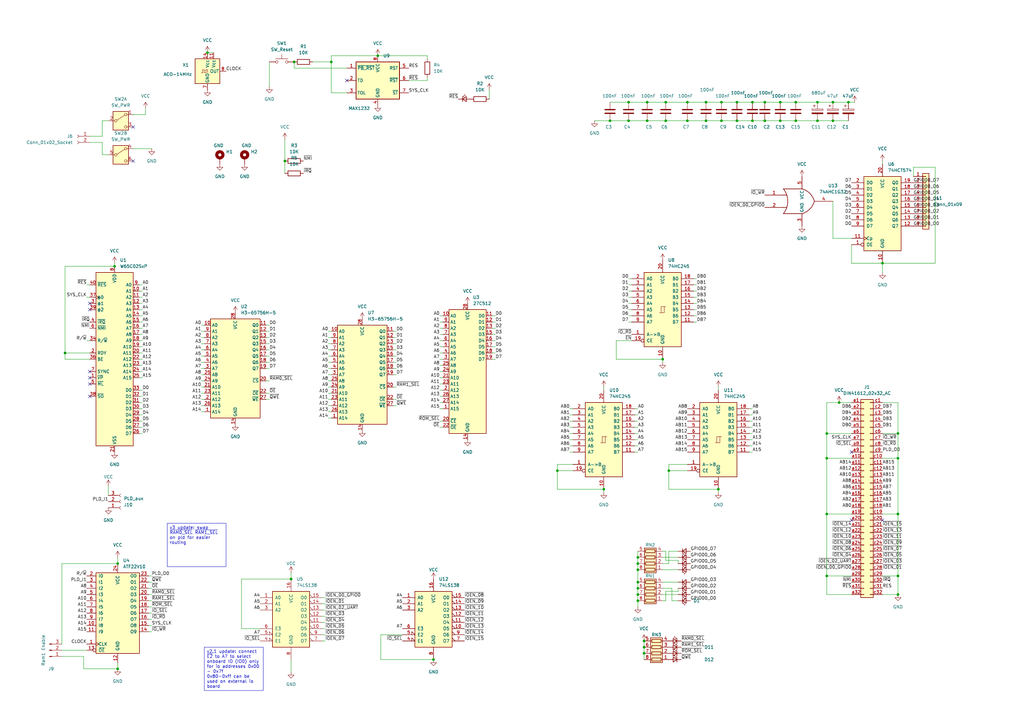
<source format=kicad_sch>
(kicad_sch (version 20250114) (generator "eeschema") (generator_version "9.0")
  (paper "A3")
  (text_box "v2.1 update: connect ~{E2} to A7 to select onboard IO (IO0) only for io addresses 0x00 - 0x7f\n0x80-0xff can be used on external io board" (at 83.82 265.43 0) (size 24.13 17.78) (margins 0.9525 0.9525 0.9525 0.9525) (effects (font (size 1.27 1.27)) (justify left top)))
  (text_box "v3 update: swap ~{RAM0_SEL} ~{RAM1_SEL} on pld for easier routing" (at 68.58 214.63 0) (size 24.13 17.78) (margins 0.9525 0.9525 0.9525 0.9525) (effects (font (size 1.27 1.27)) (justify left top)))
  (junction (at 261.62 243.84))
  (junction (at 339.09 236.22))
  (junction (at 261.62 238.76))
  (junction (at 347.98 41.91))
  (junction (at 177.8 270.51))
  (junction (at 281.94 49.53))
  (junction (at 313.69 49.53))
  (junction (at 85.09 21.59))
  (junction (at 265.43 41.91))
  (junction (at 339.09 177.8))
  (junction (at 48.26 274.32))
  (junction (at 289.56 41.91))
  (junction (at 295.91 49.53))
  (junction (at 135.89 25.4))
  (junction (at 281.94 41.91))
  (junction (at 116.84 66.04))
  (junction (at 257.81 49.53))
  (junction (at 302.26 49.53))
  (junction (at 120.65 25.4))
  (junction (at 261.62 246.38))
  (junction (at 264.16 267.97))
  (junction (at 335.28 41.91))
  (junction (at 273.05 41.91))
  (junction (at 308.61 41.91))
  (junction (at 341.63 41.91))
  (junction (at 368.3 236.22))
  (junction (at 339.09 210.82))
  (junction (at 339.09 187.96))
  (junction (at 368.3 177.8))
  (junction (at 341.63 49.53))
  (junction (at 326.39 49.53))
  (junction (at 361.95 107.95))
  (junction (at 344.17 165.1))
  (junction (at 335.28 49.53))
  (junction (at 294.64 200.66))
  (junction (at 247.65 200.66))
  (junction (at 295.91 41.91))
  (junction (at 265.43 49.53))
  (junction (at 368.3 210.82))
  (junction (at 257.81 41.91))
  (junction (at 320.04 49.53))
  (junction (at 264.16 262.89))
  (junction (at 289.56 49.53))
  (junction (at 154.94 22.86))
  (junction (at 261.62 231.14))
  (junction (at 368.3 243.84))
  (junction (at 273.05 49.53))
  (junction (at 271.78 147.32))
  (junction (at 261.62 241.3))
  (junction (at 250.19 49.53))
  (junction (at 326.39 41.91))
  (junction (at 274.32 193.04))
  (junction (at 264.16 265.43))
  (junction (at 46.99 109.22))
  (junction (at 368.3 187.96))
  (junction (at 302.26 41.91))
  (junction (at 320.04 41.91))
  (junction (at 313.69 41.91))
  (junction (at 228.6 193.04))
  (junction (at 48.26 231.14))
  (junction (at 119.38 237.49))
  (junction (at 308.61 49.53))
  (junction (at 261.62 228.6))
  (junction (at 26.67 144.78))
  (junction (at 261.62 233.68))
  (no_connect (at 361.95 213.36))
  (no_connect (at 349.25 185.42))
  (no_connect (at 349.25 213.36))
  (no_connect (at 36.83 152.4))
  (no_connect (at 36.83 124.46))
  (no_connect (at 36.83 154.94))
  (no_connect (at 36.83 162.56))
  (no_connect (at 54.61 66.04))
  (no_connect (at 54.61 52.07))
  (no_connect (at 36.83 157.48))
  (no_connect (at 36.83 127))
  (no_connect (at 142.24 33.02))
  (wire (pts (xy 135.89 22.86) (xy 154.94 22.86)))
  (wire (pts (xy 273.05 49.53) (xy 281.94 49.53)))
  (wire (pts (xy 110.49 135.89) (xy 109.22 135.89)))
  (wire (pts (xy 289.56 49.53) (xy 295.91 49.53)))
  (wire (pts (xy 180.34 167.64) (xy 181.61 167.64)))
  (wire (pts (xy 58.42 162.56) (xy 57.15 162.56)))
  (wire (pts (xy 261.62 185.42) (xy 260.35 185.42)))
  (wire (pts (xy 335.28 41.91) (xy 341.63 41.91)))
  (wire (pts (xy 273.05 229.87) (xy 278.13 229.87)))
  (wire (pts (xy 274.32 200.66) (xy 294.64 200.66)))
  (wire (pts (xy 46.99 107.95) (xy 46.99 109.22)))
  (wire (pts (xy 58.42 147.32) (xy 57.15 147.32)))
  (wire (pts (xy 271.78 233.68) (xy 278.13 233.68)))
  (wire (pts (xy 82.55 163.83) (xy 83.82 163.83)))
  (wire (pts (xy 275.59 241.3) (xy 275.59 246.38)))
  (wire (pts (xy 228.6 200.66) (xy 247.65 200.66)))
  (wire (pts (xy 134.62 135.89) (xy 135.89 135.89)))
  (wire (pts (xy 265.43 41.91) (xy 273.05 41.91)))
  (wire (pts (xy 133.35 257.81) (xy 132.08 257.81)))
  (wire (pts (xy 289.56 41.91) (xy 295.91 41.91)))
  (wire (pts (xy 274.32 193.04) (xy 281.94 193.04)))
  (wire (pts (xy 285.75 116.84) (xy 284.48 116.84)))
  (wire (pts (xy 110.49 133.35) (xy 109.22 133.35)))
  (wire (pts (xy 58.42 152.4) (xy 57.15 152.4)))
  (wire (pts (xy 295.91 49.53) (xy 302.26 49.53)))
  (wire (pts (xy 285.75 132.08) (xy 284.48 132.08)))
  (wire (pts (xy 167.64 33.02) (xy 175.26 33.02)))
  (wire (pts (xy 156.21 260.35) (xy 165.1 260.35)))
  (wire (pts (xy 274.32 231.14) (xy 274.32 226.06)))
  (wire (pts (xy 257.81 41.91) (xy 265.43 41.91)))
  (wire (pts (xy 110.49 163.83) (xy 109.22 163.83)))
  (wire (pts (xy 180.34 152.4) (xy 181.61 152.4)))
  (wire (pts (xy 252.73 147.32) (xy 252.73 139.7)))
  (wire (pts (xy 313.69 41.91) (xy 320.04 41.91)))
  (wire (pts (xy 349.25 107.95) (xy 361.95 107.95)))
  (wire (pts (xy 82.55 146.05) (xy 83.82 146.05)))
  (wire (pts (xy 175.26 24.13) (xy 175.26 22.86)))
  (wire (pts (xy 339.09 177.8) (xy 349.25 177.8)))
  (wire (pts (xy 228.6 190.5) (xy 234.95 190.5)))
  (wire (pts (xy 233.68 170.18) (xy 234.95 170.18)))
  (wire (pts (xy 154.94 22.86) (xy 175.26 22.86)))
  (wire (pts (xy 383.54 68.58) (xy 383.54 107.95)))
  (wire (pts (xy 281.94 190.5) (xy 274.32 190.5)))
  (wire (pts (xy 58.42 160.02) (xy 57.15 160.02)))
  (wire (pts (xy 261.62 226.06) (xy 261.62 228.6)))
  (wire (pts (xy 58.42 144.78) (xy 57.15 144.78)))
  (wire (pts (xy 374.65 68.58) (xy 383.54 68.58)))
  (wire (pts (xy 339.09 210.82) (xy 339.09 236.22)))
  (wire (pts (xy 361.95 66.04) (xy 361.95 67.31)))
  (wire (pts (xy 180.34 160.02) (xy 181.61 160.02)))
  (wire (pts (xy 261.62 182.88) (xy 260.35 182.88)))
  (wire (pts (xy 35.56 139.7) (xy 36.83 139.7)))
  (wire (pts (xy 135.89 22.86) (xy 135.89 25.4)))
  (wire (pts (xy 134.62 171.45) (xy 135.89 171.45)))
  (wire (pts (xy 120.65 25.4) (xy 120.65 27.94)))
  (wire (pts (xy 233.68 182.88) (xy 234.95 182.88)))
  (wire (pts (xy 99.06 237.49) (xy 119.38 237.49)))
  (wire (pts (xy 82.55 143.51) (xy 83.82 143.51)))
  (wire (pts (xy 133.35 247.65) (xy 132.08 247.65)))
  (wire (pts (xy 133.35 245.11) (xy 132.08 245.11)))
  (wire (pts (xy 308.61 182.88) (xy 307.34 182.88)))
  (wire (pts (xy 180.34 137.16) (xy 181.61 137.16)))
  (wire (pts (xy 180.34 134.62) (xy 181.61 134.62)))
  (wire (pts (xy 261.62 238.76) (xy 261.62 241.3)))
  (wire (pts (xy 285.75 124.46) (xy 284.48 124.46)))
  (wire (pts (xy 203.2 142.24) (xy 201.93 142.24)))
  (wire (pts (xy 285.75 121.92) (xy 284.48 121.92)))
  (wire (pts (xy 257.81 114.3) (xy 259.08 114.3)))
  (wire (pts (xy 302.26 41.91) (xy 308.61 41.91)))
  (wire (pts (xy 162.56 158.75) (xy 161.29 158.75)))
  (wire (pts (xy 347.98 41.91) (xy 350.52 41.91)))
  (wire (pts (xy 110.49 25.4) (xy 110.49 35.56)))
  (wire (pts (xy 134.62 166.37) (xy 135.89 166.37)))
  (wire (pts (xy 271.78 148.59) (xy 271.78 147.32)))
  (wire (pts (xy 110.49 148.59) (xy 109.22 148.59)))
  (wire (pts (xy 58.42 142.24) (xy 57.15 142.24)))
  (wire (pts (xy 361.95 177.8) (xy 368.3 177.8)))
  (wire (pts (xy 156.21 270.51) (xy 177.8 270.51)))
  (wire (pts (xy 110.49 161.29) (xy 109.22 161.29)))
  (wire (pts (xy 62.23 236.22) (xy 60.96 236.22)))
  (wire (pts (xy 308.61 185.42) (xy 307.34 185.42)))
  (wire (pts (xy 308.61 41.91) (xy 313.69 41.91)))
  (wire (pts (xy 82.55 148.59) (xy 83.82 148.59)))
  (wire (pts (xy 48.26 271.78) (xy 48.26 274.32)))
  (wire (pts (xy 82.55 133.35) (xy 83.82 133.35)))
  (wire (pts (xy 82.55 153.67) (xy 83.82 153.67)))
  (wire (pts (xy 368.3 236.22) (xy 368.3 243.84)))
  (wire (pts (xy 361.95 210.82) (xy 368.3 210.82)))
  (wire (pts (xy 261.62 172.72) (xy 260.35 172.72)))
  (wire (pts (xy 257.81 132.08) (xy 259.08 132.08)))
  (wire (pts (xy 156.21 260.35) (xy 156.21 270.51)))
  (wire (pts (xy 257.81 121.92) (xy 259.08 121.92)))
  (wire (pts (xy 383.54 107.95) (xy 361.95 107.95)))
  (wire (pts (xy 368.3 243.84) (xy 361.95 243.84)))
  (wire (pts (xy 110.49 156.21) (xy 109.22 156.21)))
  (wire (pts (xy 162.56 148.59) (xy 161.29 148.59)))
  (wire (pts (xy 203.2 134.62) (xy 201.93 134.62)))
  (wire (pts (xy 180.34 162.56) (xy 181.61 162.56)))
  (wire (pts (xy 180.34 157.48) (xy 181.61 157.48)))
  (wire (pts (xy 247.65 158.75) (xy 247.65 160.02)))
  (wire (pts (xy 250.19 41.91) (xy 257.81 41.91)))
  (wire (pts (xy 25.4 264.16) (xy 25.4 231.14)))
  (wire (pts (xy 26.67 109.22) (xy 46.99 109.22)))
  (wire (pts (xy 278.13 229.87) (xy 278.13 231.14)))
  (wire (pts (xy 162.56 143.51) (xy 161.29 143.51)))
  (wire (pts (xy 257.81 119.38) (xy 259.08 119.38)))
  (wire (pts (xy 344.17 165.1) (xy 349.25 165.1)))
  (wire (pts (xy 261.62 167.64) (xy 260.35 167.64)))
  (wire (pts (xy 110.49 138.43) (xy 109.22 138.43)))
  (wire (pts (xy 339.09 165.1) (xy 344.17 165.1)))
  (wire (pts (xy 62.23 251.46) (xy 60.96 251.46)))
  (wire (pts (xy 320.04 41.91) (xy 326.39 41.91)))
  (wire (pts (xy 339.09 187.96) (xy 339.09 210.82)))
  (wire (pts (xy 128.27 25.4) (xy 135.89 25.4)))
  (wire (pts (xy 294.64 158.75) (xy 294.64 160.02)))
  (wire (pts (xy 162.56 146.05) (xy 161.29 146.05)))
  (wire (pts (xy 180.34 139.7) (xy 181.61 139.7)))
  (wire (pts (xy 110.49 140.97) (xy 109.22 140.97)))
  (wire (pts (xy 58.42 127) (xy 57.15 127)))
  (wire (pts (xy 257.81 116.84) (xy 259.08 116.84)))
  (wire (pts (xy 134.62 138.43) (xy 135.89 138.43)))
  (wire (pts (xy 261.62 175.26) (xy 260.35 175.26)))
  (wire (pts (xy 261.62 243.84) (xy 261.62 246.38)))
  (wire (pts (xy 335.28 49.53) (xy 341.63 49.53)))
  (wire (pts (xy 62.23 254) (xy 60.96 254)))
  (wire (pts (xy 271.78 246.38) (xy 273.05 246.38)))
  (wire (pts (xy 25.4 266.7) (xy 35.56 266.7)))
  (wire (pts (xy 228.6 190.5) (xy 228.6 193.04)))
  (wire (pts (xy 82.55 138.43) (xy 83.82 138.43)))
  (wire (pts (xy 271.78 231.14) (xy 274.32 231.14)))
  (wire (pts (xy 58.42 177.8) (xy 57.15 177.8)))
  (wire (pts (xy 26.67 144.78) (xy 26.67 147.32)))
  (wire (pts (xy 82.55 158.75) (xy 83.82 158.75)))
  (wire (pts (xy 233.68 185.42) (xy 234.95 185.42)))
  (wire (pts (xy 180.34 144.78) (xy 181.61 144.78)))
  (wire (pts (xy 368.3 210.82) (xy 368.3 236.22)))
  (wire (pts (xy 180.34 129.54) (xy 181.61 129.54)))
  (wire (pts (xy 261.62 233.68) (xy 261.62 238.76)))
  (wire (pts (xy 58.42 116.84) (xy 57.15 116.84)))
  (wire (pts (xy 133.35 262.89) (xy 132.08 262.89)))
  (wire (pts (xy 285.75 129.54) (xy 284.48 129.54)))
  (wire (pts (xy 285.75 127) (xy 284.48 127)))
  (wire (pts (xy 44.45 199.39) (xy 44.45 203.2)))
  (wire (pts (xy 180.34 165.1) (xy 181.61 165.1)))
  (wire (pts (xy 261.62 177.8) (xy 260.35 177.8)))
  (wire (pts (xy 110.49 151.13) (xy 109.22 151.13)))
  (wire (pts (xy 134.62 146.05) (xy 135.89 146.05)))
  (wire (pts (xy 85.09 21.59) (xy 87.63 21.59)))
  (wire (pts (xy 180.34 172.72) (xy 181.61 172.72)))
  (wire (pts (xy 134.62 156.21) (xy 135.89 156.21)))
  (wire (pts (xy 58.42 119.38) (xy 57.15 119.38)))
  (wire (pts (xy 233.68 167.64) (xy 234.95 167.64)))
  (wire (pts (xy 41.91 49.53) (xy 44.45 49.53)))
  (wire (pts (xy 339.09 177.8) (xy 339.09 187.96)))
  (wire (pts (xy 252.73 139.7) (xy 259.08 139.7)))
  (wire (pts (xy 271.78 228.6) (xy 278.13 228.6)))
  (wire (pts (xy 349.25 243.84) (xy 339.09 243.84)))
  (wire (pts (xy 58.42 175.26) (xy 57.15 175.26)))
  (wire (pts (xy 361.95 236.22) (xy 368.3 236.22)))
  (wire (pts (xy 58.42 132.08) (xy 57.15 132.08)))
  (wire (pts (xy 341.63 82.55) (xy 341.63 97.79)))
  (wire (pts (xy 203.2 137.16) (xy 201.93 137.16)))
  (wire (pts (xy 308.61 170.18) (xy 307.34 170.18)))
  (wire (pts (xy 34.29 274.32) (xy 48.26 274.32)))
  (wire (pts (xy 134.62 148.59) (xy 135.89 148.59)))
  (wire (pts (xy 26.67 144.78) (xy 36.83 144.78)))
  (wire (pts (xy 271.78 226.06) (xy 273.05 226.06)))
  (wire (pts (xy 110.49 143.51) (xy 109.22 143.51)))
  (wire (pts (xy 368.3 177.8) (xy 368.3 187.96)))
  (wire (pts (xy 82.55 140.97) (xy 83.82 140.97)))
  (wire (pts (xy 257.81 49.53) (xy 265.43 49.53)))
  (wire (pts (xy 361.95 107.95) (xy 361.95 111.76)))
  (wire (pts (xy 106.68 257.81) (xy 99.06 257.81)))
  (wire (pts (xy 134.62 151.13) (xy 135.89 151.13)))
  (wire (pts (xy 326.39 49.53) (xy 335.28 49.53)))
  (wire (pts (xy 271.78 241.3) (xy 275.59 241.3)))
  (wire (pts (xy 257.81 124.46) (xy 259.08 124.46)))
  (wire (pts (xy 41.91 58.42) (xy 41.91 63.5)))
  (wire (pts (xy 274.32 193.04) (xy 274.32 200.66)))
  (wire (pts (xy 36.83 55.88) (xy 41.91 55.88)))
  (wire (pts (xy 162.56 166.37) (xy 161.29 166.37)))
  (wire (pts (xy 302.26 49.53) (xy 308.61 49.53)))
  (wire (pts (xy 58.42 129.54) (xy 57.15 129.54)))
  (wire (pts (xy 261.62 231.14) (xy 261.62 233.68)))
  (wire (pts (xy 308.61 167.64) (xy 307.34 167.64)))
  (wire (pts (xy 134.62 153.67) (xy 135.89 153.67)))
  (wire (pts (xy 62.23 243.84) (xy 60.96 243.84)))
  (wire (pts (xy 134.62 158.75) (xy 135.89 158.75)))
  (wire (pts (xy 180.34 149.86) (xy 181.61 149.86)))
  (wire (pts (xy 180.34 154.94) (xy 181.61 154.94)))
  (wire (pts (xy 339.09 236.22) (xy 349.25 236.22)))
  (wire (pts (xy 271.78 243.84) (xy 278.13 243.84)))
  (wire (pts (xy 281.94 41.91) (xy 289.56 41.91)))
  (wire (pts (xy 361.95 187.96) (xy 368.3 187.96)))
  (wire (pts (xy 58.42 137.16) (xy 57.15 137.16)))
  (wire (pts (xy 58.42 139.7) (xy 57.15 139.7)))
  (wire (pts (xy 274.32 190.5) (xy 274.32 193.04)))
  (wire (pts (xy 180.34 175.26) (xy 181.61 175.26)))
  (wire (pts (xy 374.65 68.58) (xy 374.65 72.39)))
  (wire (pts (xy 133.35 250.19) (xy 132.08 250.19)))
  (wire (pts (xy 271.78 238.76) (xy 278.13 238.76)))
  (wire (pts (xy 341.63 41.91) (xy 347.98 41.91)))
  (wire (pts (xy 58.42 167.64) (xy 57.15 167.64)))
  (wire (pts (xy 116.84 57.15) (xy 116.84 66.04)))
  (wire (pts (xy 180.34 147.32) (xy 181.61 147.32)))
  (wire (pts (xy 41.91 63.5) (xy 44.45 63.5)))
  (wire (pts (xy 203.2 147.32) (xy 201.93 147.32)))
  (wire (pts (xy 203.2 139.7) (xy 201.93 139.7)))
  (wire (pts (xy 180.34 132.08) (xy 181.61 132.08)))
  (wire (pts (xy 58.42 170.18) (xy 57.15 170.18)))
  (wire (pts (xy 82.55 156.21) (xy 83.82 156.21)))
  (wire (pts (xy 265.43 49.53) (xy 273.05 49.53)))
  (wire (pts (xy 133.35 252.73) (xy 132.08 252.73)))
  (wire (pts (xy 278.13 242.57) (xy 278.13 241.3)))
  (wire (pts (xy 261.62 248.92) (xy 261.62 246.38)))
  (wire (pts (xy 25.4 231.14) (xy 48.26 231.14)))
  (wire (pts (xy 119.38 270.51) (xy 119.38 275.59)))
  (wire (pts (xy 134.62 163.83) (xy 135.89 163.83)))
  (wire (pts (xy 34.29 269.24) (xy 34.29 274.32)))
  (wire (pts (xy 294.64 201.93) (xy 294.64 200.66)))
  (wire (pts (xy 273.05 226.06) (xy 273.05 229.87)))
  (wire (pts (xy 35.56 116.84) (xy 36.83 116.84)))
  (wire (pts (xy 233.68 177.8) (xy 234.95 177.8)))
  (wire (pts (xy 274.32 226.06) (xy 278.13 226.06)))
  (wire (pts (xy 203.2 129.54) (xy 201.93 129.54)))
  (wire (pts (xy 228.6 193.04) (xy 234.95 193.04)))
  (wire (pts (xy 134.62 140.97) (xy 135.89 140.97)))
  (wire (pts (xy 341.63 49.53) (xy 347.98 49.53)))
  (wire (pts (xy 82.55 166.37) (xy 83.82 166.37)))
  (wire (pts (xy 116.84 66.04) (xy 116.84 71.12)))
  (wire (pts (xy 162.56 140.97) (xy 161.29 140.97)))
  (wire (pts (xy 82.55 151.13) (xy 83.82 151.13)))
  (wire (pts (xy 275.59 246.38) (xy 278.13 246.38)))
  (wire (pts (xy 62.23 259.08) (xy 60.96 259.08)))
  (wire (pts (xy 26.67 109.22) (xy 26.67 144.78)))
  (wire (pts (xy 285.75 114.3) (xy 284.48 114.3)))
  (wire (pts (xy 233.68 172.72) (xy 234.95 172.72)))
  (wire (pts (xy 58.42 165.1) (xy 57.15 165.1)))
  (wire (pts (xy 273.05 41.91) (xy 281.94 41.91)))
  (wire (pts (xy 250.19 49.53) (xy 257.81 49.53)))
  (wire (pts (xy 62.23 256.54) (xy 60.96 256.54)))
  (wire (pts (xy 82.55 135.89) (xy 83.82 135.89)))
  (wire (pts (xy 261.62 180.34) (xy 260.35 180.34)))
  (wire (pts (xy 59.69 46.99) (xy 54.61 46.99)))
  (wire (pts (xy 233.68 180.34) (xy 234.95 180.34)))
  (wire (pts (xy 308.61 172.72) (xy 307.34 172.72)))
  (wire (pts (xy 62.23 246.38) (xy 60.96 246.38)))
  (wire (pts (xy 308.61 175.26) (xy 307.34 175.26)))
  (wire (pts (xy 233.68 175.26) (xy 234.95 175.26)))
  (wire (pts (xy 58.42 124.46) (xy 57.15 124.46)))
  (wire (pts (xy 368.3 165.1) (xy 368.3 177.8)))
  (wire (pts (xy 228.6 193.04) (xy 228.6 200.66)))
  (wire (pts (xy 339.09 187.96) (xy 349.25 187.96)))
  (wire (pts (xy 271.78 147.32) (xy 252.73 147.32)))
  (wire (pts (xy 341.63 97.79) (xy 349.25 97.79)))
  (wire (pts (xy 261.62 170.18) (xy 260.35 170.18)))
  (wire (pts (xy 99.06 257.81) (xy 99.06 237.49)))
  (wire (pts (xy 200.66 36.83) (xy 200.66 40.64)))
  (wire (pts (xy 326.39 41.91) (xy 335.28 41.91)))
  (wire (pts (xy 308.61 49.53) (xy 313.69 49.53)))
  (wire (pts (xy 36.83 147.32) (xy 26.67 147.32)))
  (wire (pts (xy 62.23 241.3) (xy 60.96 241.3)))
  (wire (pts (xy 133.35 260.35) (xy 132.08 260.35)))
  (wire (pts (xy 58.42 149.86) (xy 57.15 149.86)))
  (wire (pts (xy 142.24 38.1) (xy 135.89 38.1)))
  (wire (pts (xy 25.4 269.24) (xy 34.29 269.24)))
  (wire (pts (xy 41.91 55.88) (xy 41.91 49.53)))
  (wire (pts (xy 257.81 129.54) (xy 259.08 129.54)))
  (wire (pts (xy 264.16 262.89) (xy 264.16 265.43)))
  (wire (pts (xy 320.04 49.53) (xy 326.39 49.53)))
  (wire (pts (xy 273.05 242.57) (xy 278.13 242.57)))
  (wire (pts (xy 35.56 121.92) (xy 36.83 121.92)))
  (wire (pts (xy 162.56 151.13) (xy 161.29 151.13)))
  (wire (pts (xy 261.62 228.6) (xy 261.62 231.14)))
  (wire (pts (xy 62.23 248.92) (xy 60.96 248.92)))
  (wire (pts (xy 339.09 236.22) (xy 339.09 243.84)))
  (wire (pts (xy 264.16 267.97) (xy 264.16 270.51)))
  (wire (pts (xy 135.89 38.1) (xy 135.89 25.4)))
  (wire (pts (xy 264.16 265.43) (xy 264.16 267.97)))
  (wire (pts (xy 119.38 234.95) (xy 119.38 237.49)))
  (wire (pts (xy 59.69 46.99) (xy 59.69 44.45)))
  (wire (pts (xy 58.42 134.62) (xy 57.15 134.62)))
  (wire (pts (xy 162.56 153.67) (xy 161.29 153.67)))
  (wire (pts (xy 120.65 27.94) (xy 142.24 27.94)))
  (wire (pts (xy 62.23 238.76) (xy 60.96 238.76)))
  (wire (pts (xy 281.94 49.53) (xy 289.56 49.53)))
  (wire (pts (xy 339.09 210.82) (xy 349.25 210.82)))
  (wire (pts (xy 110.49 146.05) (xy 109.22 146.05)))
  (wire (pts (xy 48.26 228.6) (xy 48.26 231.14)))
  (wire (pts (xy 82.55 161.29) (xy 83.82 161.29)))
  (wire (pts (xy 361.95 165.1) (xy 368.3 165.1)))
  (wire (pts (xy 247.65 201.93) (xy 247.65 200.66)))
  (wire (pts (xy 257.81 127) (xy 259.08 127)))
  (wire (pts (xy 308.61 180.34) (xy 307.34 180.34)))
  (wire (pts (xy 203.2 132.08) (xy 201.93 132.08)))
  (wire (pts (xy 243.84 49.53) (xy 250.19 49.53)))
  (wire (pts (xy 313.69 49.53) (xy 320.04 49.53)))
  (wire (pts (xy 175.26 33.02) (xy 175.26 31.75)))
  (wire (pts (xy 273.05 246.38) (xy 273.05 242.57)))
  (wire (pts (xy 58.42 154.94) (xy 57.15 154.94)))
  (wire (pts (xy 339.09 165.1) (xy 339.09 177.8)))
  (wire (pts (xy 133.35 255.27) (xy 132.08 255.27)))
  (wire (pts (xy 368.3 187.96) (xy 368.3 210.82)))
  (wire (pts (xy 82.55 168.91) (xy 83.82 168.91)))
  (wire (pts (xy 58.42 121.92) (xy 57.15 121.92)))
  (wire (pts (xy 58.42 172.72) (xy 57.15 172.72)))
  (wire (pts (xy 285.75 119.38) (xy 284.48 119.38)))
  (wire (pts (xy 134.62 143.51) (xy 135.89 143.51)))
  (wire (pts (xy 36.83 58.42) (xy 41.91 58.42)))
  (wire (pts (xy 134.62 168.91) (xy 135.89 168.91)))
  (wire (pts (xy 308.61 177.8) (xy 307.34 177.8)))
  (wire (pts (xy 295.91 41.91) (xy 302.26 41.91)))
  (wire (pts (xy 349.25 100.33) (xy 349.25 107.95)))
  (wire (pts (xy 134.62 161.29) (xy 135.89 161.29)))
  (wire (pts (xy 180.34 142.24) (xy 181.61 142.24)))
  (wire (pts (xy 261.62 241.3) (xy 261.62 243.84)))
  (wire (pts (xy 162.56 135.89) (xy 161.29 135.89)))
  (wire (pts (xy 203.2 144.78) (xy 201.93 144.78)))
  (wire (pts (xy 162.56 138.43) (xy 161.29 138.43)))
  (wire (pts (xy 54.61 60.96) (xy 62.23 60.96)))
  (wire (pts (xy 162.56 163.83) (xy 161.29 163.83)))
  (label "A14" (at 308.61 182.88 0))
  (label "~{EN}" (at 259.08 139.7 180))
  (label "D2" (at 162.56 140.97 0))
  (label "~{IOEN_10}" (at 349.25 220.98 180))
  (label "~{IOEN_13}" (at 361.95 218.44 0))
  (label "AB5" (at 233.68 180.34 180))
  (label "AB15" (at 361.95 190.5 0))
  (label "D5" (at 162.56 148.59 0))
  (label "D0" (at 162.56 135.89 0))
  (label "AB6" (at 349.25 200.66 180))
  (label "D4" (at 162.56 146.05 0))
  (label "~{IOEN_08}" (at 190.5 245.11 0))
  (label "~{IRQ}" (at 36.83 132.08 180))
  (label "A15" (at 308.61 185.42 0))
  (label "RES" (at 167.64 27.94 0))
  (label "A7" (at 58.42 134.62 0))
  (label "D1" (at 110.49 135.89 0))
  (label "AB0" (at 349.25 208.28 180))
  (label "DB1" (at 361.95 175.26 0))
  (label "A9" (at 35.56 243.84 180))
  (label "A10" (at 58.42 142.24 0))
  (label "A6" (at 261.62 182.88 0))
  (label "D5" (at 110.49 146.05 0))
  (label "~{IOEN_14}" (at 349.25 215.9 180))
  (label "~{IOEN_12}" (at 190.5 255.27 0))
  (label "AB9" (at 281.94 170.18 180))
  (label "~{IOEN_06}" (at 349.25 226.06 180))
  (label "DB6" (at 285.75 129.54 0))
  (label "A14" (at 35.56 256.54 180))
  (label "~{IO_RD}" (at 361.95 182.88 0))
  (label "~{IOEN_04}" (at 349.25 228.6 180))
  (label "A10" (at 35.56 246.38 180))
  (label "~{IO_WR}" (at 313.69 80.01 180))
  (label "GPIO00_O4" (at 283.21 233.68 0))
  (label "~{OE}" (at 162.56 163.83 0))
  (label "A7" (at 261.62 185.42 0))
  (label "D0" (at 257.81 114.3 180))
  (label "A12" (at 180.34 160.02 180))
  (label "GPIO00_O2" (at 283.21 241.3 0))
  (label "A5" (at 165.1 247.65 180))
  (label "A13" (at 180.34 162.56 180))
  (label "~{IO_SEL}" (at 349.25 182.88 180))
  (label "GPIO00_O7" (at 374.65 74.93 0))
  (label "AB10" (at 349.25 195.58 180))
  (label "AB0" (at 233.68 167.64 180))
  (label "A9" (at 82.55 156.21 180))
  (label "AB5" (at 361.95 203.2 0))
  (label "D1" (at 58.42 162.56 0))
  (label "D7" (at 257.81 132.08 180))
  (label "A14" (at 134.62 171.45 180))
  (label "DB4" (at 285.75 124.46 0))
  (label "SYS_CLK" (at 167.64 38.1 0))
  (label "AB1" (at 361.95 208.28 0))
  (label "A6" (at 82.55 148.59 180))
  (label "DB2" (at 349.25 172.72 180))
  (label "~{IO_SEL}" (at 62.23 251.46 0))
  (label "~{IOEN_08}" (at 349.25 223.52 180))
  (label "~{IO_RD}" (at 259.08 137.16 180))
  (label "DB4" (at 349.25 170.18 180))
  (label "DB7" (at 285.75 132.08 0))
  (label "A3" (at 180.34 137.16 180))
  (label "~{IO_SEL}" (at 165.1 262.89 180))
  (label "~{NMI}" (at 349.25 238.76 180))
  (label "AB7" (at 233.68 185.42 180))
  (label "A10" (at 82.55 158.75 180))
  (label "D4" (at 58.42 170.18 0))
  (label "A5" (at 106.68 247.65 180))
  (label "~{OE}" (at 62.23 241.3 0))
  (label "~{IOEN_15}" (at 190.5 262.89 0))
  (label "A2" (at 261.62 172.72 0))
  (label "DB7" (at 361.95 167.64 0))
  (label "AB12" (at 281.94 177.8 180))
  (label "D4" (at 257.81 124.46 180))
  (label "D3" (at 58.42 167.64 0))
  (label "GPIO00_O5" (at 374.65 80.01 0))
  (label "D4" (at 203.2 139.7 0))
  (label "~{IOEN_14}" (at 190.5 260.35 0))
  (label "~{IRQ}" (at 124.46 71.12 0))
  (label "GPIO00_O1" (at 374.65 90.17 0))
  (label "A0" (at 134.62 135.89 180))
  (label "A0" (at 82.55 133.35 180))
  (label "A9" (at 180.34 152.4 180))
  (label "A13" (at 134.62 168.91 180))
  (label "A10" (at 180.34 154.94 180))
  (label "~{IOEN_01}" (at 361.95 233.68 0))
  (label "A1" (at 58.42 119.38 0))
  (label "R{slash}~{W}" (at 35.56 236.22 180))
  (label "D0" (at 203.2 129.54 0))
  (label "A1" (at 261.62 170.18 0))
  (label "~{IOEN_13}" (at 190.5 257.81 0))
  (label "~{RAM1_SEL}" (at 62.23 246.38 0))
  (label "A2" (at 180.34 134.62 180))
  (label "A11" (at 35.56 248.92 180))
  (label "PLD_I1" (at 35.56 238.76 180))
  (label "CLOCK" (at 92.71 29.21 0))
  (label "A1" (at 180.34 132.08 180))
  (label "~{RAM0_SEL}" (at 279.4 262.89 0))
  (label "AB12" (at 349.25 193.04 180))
  (label "DB3" (at 361.95 172.72 0))
  (label "AB11" (at 361.95 195.58 0))
  (label "AB7" (at 361.95 200.66 0))
  (label "A11" (at 134.62 163.83 180))
  (label "D7" (at 110.49 151.13 0))
  (label "~{QWE}" (at 110.49 163.83 0))
  (label "A13" (at 308.61 180.34 0))
  (label "~{IOEN_03}" (at 133.35 252.73 0))
  (label "~{RES}" (at 349.25 241.3 180))
  (label "AB3" (at 233.68 175.26 180))
  (label "GPIO00_O1" (at 283.21 243.84 0))
  (label "~{IOEN_03}" (at 361.95 231.14 0))
  (label "A3" (at 134.62 143.51 180))
  (label "AB15" (at 281.94 185.42 180))
  (label "A7" (at 134.62 153.67 180))
  (label "RES" (at 361.95 241.3 0))
  (label "~{QWE}" (at 62.23 238.76 0))
  (label "~{IOEN_01}" (at 133.35 247.65 0))
  (label "~{RES}" (at 35.56 116.84 180))
  (label "A14" (at 180.34 165.1 180))
  (label "SYS_CLK" (at 62.23 256.54 0))
  (label "~{IOEN_09}" (at 190.5 247.65 0))
  (label "~{IOEN_04}" (at 133.35 255.27 0))
  (label "A9" (at 308.61 170.18 0))
  (label "DB6" (at 349.25 167.64 180))
  (label "D6" (at 110.49 148.59 0))
  (label "D3" (at 257.81 121.92 180))
  (label "D3" (at 203.2 137.16 0))
  (label "D1" (at 203.2 132.08 0))
  (label "A4" (at 165.1 245.11 180))
  (label "~{RAM0_SEL}" (at 62.23 243.84 0))
  (label "~{RAM0_SEL}" (at 110.49 156.21 0))
  (label "GPIO00_O0" (at 283.21 246.38 0))
  (label "GPIO00_O5" (at 283.21 231.14 0))
  (label "A9" (at 58.42 139.7 0))
  (label "~{NMI}" (at 124.46 66.04 0))
  (label "AB1" (at 233.68 170.18 180))
  (label "A8" (at 58.42 137.16 0))
  (label "GPIO00_O3" (at 283.21 238.76 0))
  (label "D7" (at 203.2 147.32 0))
  (label "SYS_CLK" (at 35.56 121.92 180))
  (label "D5" (at 203.2 142.24 0))
  (label "CLOCK" (at 35.56 264.16 180))
  (label "D3" (at 110.49 140.97 0))
  (label "AB8" (at 349.25 198.12 180))
  (label "D5" (at 58.42 172.72 0))
  (label "~{IOEN_11}" (at 361.95 220.98 0))
  (label "A3" (at 58.42 124.46 0))
  (label "AB13" (at 281.94 180.34 180))
  (label "A2" (at 82.55 138.43 180))
  (label "GPIO00_O7" (at 283.21 226.06 0))
  (label "DB5" (at 285.75 127 0))
  (label "~{RAM1_SEL}" (at 279.4 265.43 0))
  (label "AB2" (at 349.25 205.74 180))
  (label "D7" (at 349.25 74.93 180))
  (label "A11" (at 82.55 161.29 180))
  (label "~{OE}" (at 110.49 161.29 0))
  (label "A9" (at 134.62 158.75 180))
  (label "A8" (at 35.56 241.3 180))
  (label "D1" (at 257.81 116.84 180))
  (label "A14" (at 82.55 168.91 180))
  (label "~{IOEN_07}" (at 361.95 226.06 0))
  (label "~{IOEN_02_UART}" (at 133.35 250.19 0))
  (label "~{IOEN_06}" (at 133.35 260.35 0))
  (label "AB3" (at 361.95 205.74 0))
  (label "~{IOEN_00_GPIO0}" (at 313.69 85.09 180))
  (label "A15" (at 180.34 167.64 180))
  (label "AB14" (at 349.25 190.5 180))
  (label "A1" (at 134.62 138.43 180))
  (label "GPIO00_O0" (at 374.65 92.71 0))
  (label "DB2" (at 285.75 119.38 0))
  (label "A6" (at 58.42 132.08 0))
  (label "A3" (at 261.62 175.26 0))
  (label "PLD_O0" (at 62.23 236.22 0))
  (label "A5" (at 82.55 146.05 180))
  (label "GPIO00_O4" (at 374.65 82.55 0))
  (label "D6" (at 349.25 77.47 180))
  (label "~{IOEN_15}" (at 361.95 215.9 0))
  (label "DB1" (at 285.75 116.84 0))
  (label "A6" (at 134.62 151.13 180))
  (label "A4" (at 82.55 143.51 180))
  (label "A6" (at 106.68 250.19 180))
  (label "~{IOEN_05}" (at 361.95 228.6 0))
  (label "A13" (at 58.42 149.86 0))
  (label "~{IOEN_00_GPIO0}" (at 133.35 245.11 0))
  (label "D0" (at 58.42 160.02 0))
  (label "A13" (at 82.55 166.37 180))
  (label "~{IOEN_02_UART}" (at 349.25 231.14 180))
  (label "A0" (at 58.42 116.84 0))
  (label "AB11" (at 281.94 175.26 180))
  (label "A15" (at 58.42 154.94 0))
  (label "AB13" (at 361.95 193.04 0))
  (label "A4" (at 106.68 245.11 180))
  (label "AB4" (at 233.68 177.8 180))
  (label "~{QWE}" (at 279.4 270.51 0))
  (label "A12" (at 308.61 177.8 0))
  (label "DB3" (at 285.75 121.92 0))
  (label "A6" (at 180.34 144.78 180))
  (label "D4" (at 110.49 143.51 0))
  (label "AB10" (at 281.94 172.72 180))
  (label "A4" (at 58.42 127 0))
  (label "A8" (at 308.61 167.64 0))
  (label "A15" (at 35.56 259.08 180))
  (label "DB0" (at 285.75 114.3 0))
  (label "~{IO_WR}" (at 62.23 259.08 0))
  (label "A5" (at 134.62 148.59 180))
  (label "A11" (at 308.61 175.26 0))
  (label "A12" (at 35.56 251.46 180))
  (label "~{IOEN_05}" (at 133.35 257.81 0))
  (label "GPIO00_O3" (at 374.65 85.09 0))
  (label "A4" (at 261.62 177.8 0))
  (label "~{IO_RD}" (at 62.23 254 0))
  (label "A2" (at 134.62 140.97 180))
  (label "A10" (at 134.62 161.29 180))
  (label "GPIO00_O6" (at 374.65 77.47 0))
  (label "~{NMI}" (at 36.83 134.62 180))
  (label "AB2" (at 233.68 172.72 180))
  (label "D1" (at 349.25 90.17 180))
  (label "PLD_O0" (at 361.95 185.42 0))
  (label "A13" (at 35.56 254 180))
  (label "AB14" (at 281.94 182.88 180))
  (label "~{IOEN_11}" (at 190.5 252.73 0))
  (label "GPIO00_O2" (at 374.65 87.63 0))
  (label "A6" (at 165.1 250.19 180))
  (label "A4" (at 134.62 146.05 180))
  (label "DB5" (at 361.95 170.18 0))
  (label "~{IOEN_00_GPIO0}" (at 349.25 233.68 180))
  (label "A4" (at 180.34 139.7 180))
  (label "A3" (at 82.55 140.97 180))
  (label "A1" (at 82.55 135.89 180))
  (label "~{RES}" (at 187.96 40.64 180))
  (label "AB9" (at 361.95 198.12 0))
  (label "~{IOEN_12}" (at 349.25 218.44 180))
  (label "D3" (at 162.56 143.51 0))
  (label "AB6" (at 233.68 182.88 180))
  (label "A11" (at 58.42 144.78 0))
  (label "~{QWE}" (at 162.56 166.37 0))
  (label "D6" (at 257.81 129.54 180))
  (label "D2" (at 257.81 119.38 180))
  (label "A12" (at 82.55 163.83 180))
  (label "SYS_CLK" (at 349.25 180.34 180))
  (label "A12" (at 134.62 166.37 180))
  (label "D2" (at 203.2 134.62 0))
  (label "~{ROM_SEL}" (at 62.23 248.92 0))
  (label "D1" (at 162.56 138.43 0))
  (label "A11" (at 180.34 157.48 180))
  (label "A5" (at 58.42 129.54 0))
  (label "D2" (at 110.49 138.43 0))
  (label "A10" (at 308.61 172.72 0))
  (label "D6" (at 162.56 151.13 0))
  (label "D2" (at 58.42 165.1 0))
  (label "PLD_I1" (at 44.45 205.74 180))
  (label "~{IOEN_07}" (at 133.35 262.89 0))
  (label "D0" (at 110.49 133.35 0))
  (label "A0" (at 261.62 167.64 0))
  (label "D2" (at 349.25 87.63 180))
  (label "D7" (at 162.56 153.67 0))
  (label "~{OE}" (at 180.34 175.26 180))
  (label "D7" (at 58.42 177.8 0))
  (label "D5" (at 257.81 127 180))
  (label "A7" (at 180.34 147.32 180))
  (label "D4" (at 349.25 82.55 180))
  (label "A2" (at 58.42 121.92 0))
  (label "A7" (at 106.68 260.35 180))
  (label "A8" (at 82.55 153.67 180))
  (label "~{RES}" (at 167.64 33.02 0))
  (label "GPIO00_O6" (at 283.21 228.6 0))
  (label "A12" (at 58.42 147.32 0))
  (label "~{ROM_SEL}" (at 180.34 172.72 180))
  (label "~{IO_WR}" (at 361.95 180.34 0))
  (label "AB8" (at 281.94 167.64 180))
  (label "A7" (at 165.1 257.81 180))
  (label "A8" (at 134.62 156.21 180))
  (label "DB0" (at 349.25 175.26 180))
  (label "D5" (at 349.25 80.01 180))
  (label "~{ROM_SEL}" (at 279.4 267.97 0))
  (label "D6" (at 58.42 175.26 0))
  (label "AB4" (at 349.25 203.2 180))
  (label "A5" (at 180.34 142.24 180))
  (label "A8" (at 180.34 149.86 180))
  (label "~{IRQ}" (at 361.95 238.76 0))
  (label "D0" (at 349.25 92.71 180))
  (label "A5" (at 261.62 180.34 0))
  (label "A0" (at 180.34 129.54 180))
  (label "~{IO_SEL}" (at 106.68 262.89 180))
  (label "~{IOEN_10}" (at 190.5 250.19 0))
  (label "A14" (at 58.42 152.4 0))
  (label "~{IOEN_09}" (at 361.95 223.52 0))
  (label "~{RAM1_SEL}" (at 162.56 158.75 0))
  (label "D3" (at 349.25 85.09 180))
  (label "D6" (at 203.2 144.78 0))
  (label "A7" (at 82.55 151.13 180))
  (label "R{slash}~{W}" (at 35.56 139.7 180))
  (symbol (lib_id "Device:LED_Small") (at 280.67 226.06 0) (mirror x) (unit 1)
    (property "Reference" "D8" (effects (hide yes)))
    (property "Value" "LED_Small" (effects (hide yes)))
    (property "Footprint" "LED_SMD:LED_0805_2012Metric_Pad1.15x1.40mm_HandSolder" (effects (hide yes)))
  )
  (symbol (lib_id "Device:C") (at 295.91 45.72 0) (unit 1)
    (property "Reference" "C9" (at 295.275 52.07 0) (effects (justify left)))
    (property "Value" "100nF" (at 293.37 39.37 0) (effects (justify left)))
    (property "Footprint" "Capacitor_SMD:C_0805_2012Metric_Pad1.18x1.45mm_HandSolder" (effects (hide yes)))
  )
  (symbol (lib_id "Device:R") (at 196.85 40.64 90) (unit 1)
    (property "Reference" "R2" (at 196.85 34.29 90))
    (property "Value" "10K" (at 196.85 36.83 90))
    (property "Footprint" "Resistor_SMD:R_0805_2012Metric_Pad1.20x1.40mm_HandSolder" (effects (hide yes)))
  )
  (symbol (lib_id "Device:C") (at 320.04 45.72 0) (unit 1)
    (property "Reference" "C13" (at 321.945 52.07 0) (effects (justify right)))
    (property "Value" "100nF" (at 322.58 39.37 0) (effects (justify right)))
    (property "Footprint" "Capacitor_SMD:C_0805_2012Metric_Pad1.18x1.45mm_HandSolder" (effects (hide yes)))
  )
  (symbol (lib_id "65xx:W65C02SxP") (at 46.99 147.32 0) (unit 1)
    (property "Reference" "U1" (at 49.1841 106.68 0) (effects (justify left)))
    (property "Value" "W65C02SxP" (at 49.1841 109.22 0) (effects (justify left)))
    (property "Footprint" "Package_DIP:DIP-40_W15.24mm_Socket" (effects (hide yes)))
    (property "Datasheet" "http://www.westerndesigncenter.com/wdc/documentation/w65c02s.pdf" (effects (hide yes)))
  )
  (symbol (lib_id "power:VCC") (at 85.09 21.59 0) (unit 1)
    (property "Reference" "#PWR022" (effects (hide yes)))
    (property "Value" "VCC" (at 85.09 16.51 0))
  )
  (symbol (lib_id "power:GND") (at 96.52 173.99 0) (unit 1)
    (property "Reference" "#PWR08" (effects (hide yes)))
    (property "Value" "GND" (at 96.52 179.07 0))
  )
  (symbol (lib_id "Device:C") (at 302.26 45.72 0) (unit 1)
    (property "Reference" "C14" (at 301.625 52.07 0) (effects (justify left)))
    (property "Value" "100nF" (at 299.72 38.1 0) (effects (justify left)))
    (property "Footprint" "Capacitor_SMD:C_0805_2012Metric_Pad1.18x1.45mm_HandSolder" (effects (hide yes)))
  )
  (symbol (lib_id "Device:C") (at 313.69 45.72 0) (unit 1)
    (property "Reference" "C2" (at 313.055 52.07 0) (effects (justify left)))
    (property "Value" "100nF" (at 311.15 38.1 0) (effects (justify left)))
    (property "Footprint" "Capacitor_SMD:C_0805_2012Metric_Pad1.18x1.45mm_HandSolder" (effects (hide yes)))
  )
  (symbol (lib_id "Connector_Generic:Conn_01x09") (at 379.73 82.55 0) (unit 1)
    (property "Reference" "J11" (at 382.905 81.28 0) (effects (justify left)))
    (property "Value" "Conn_01x09" (at 382.905 83.82 0) (effects (justify left)))
    (property "Footprint" "Connector_PinSocket_2.54mm:PinSocket_1x09_P2.54mm_Vertical" (effects (hide yes)))
  )
  (symbol (lib_id "power:GND") (at 62.23 60.96 0) (unit 1)
    (property "Reference" "#PWR031" (effects (hide yes)))
    (property "Value" "GND" (at 62.23 66.04 0))
  )
  (symbol (lib_id "Device:C") (at 265.43 45.72 0) (unit 1)
    (property "Reference" "C5" (at 264.795 52.07 0) (effects (justify left)))
    (property "Value" "100nF" (at 262.89 39.37 0) (effects (justify left)))
    (property "Footprint" "Capacitor_SMD:C_0805_2012Metric_Pad1.18x1.45mm_HandSolder" (effects (hide yes)))
  )
  (symbol (lib_id "power:VCC") (at 264.16 262.89 0) (unit 1)
    (property "Reference" "#PWR036" (effects (hide yes)))
    (property "Value" "VCC" (at 264.16 257.81 0))
  )
  (symbol (lib_id "Memory_RAM:HM62256BLP") (at 148.59 153.67 0) (unit 1)
    (property "Reference" "U7" (at 150.7841 128.27 0) (effects (justify left)))
    (property "Value" "H3-65756H-5" (at 150.7841 130.81 0) (effects (justify left)))
    (property "Footprint" "Package_DIP:DIP-28_W7.62mm_Socket" (effects (hide yes)))
    (property "Datasheet" "https://web.mit.edu/6.115/www/document/62256.pdf" (effects (hide yes)))
  )
  (symbol (lib_id "power:GND") (at 110.49 35.56 0) (unit 1)
    (property "Reference" "#PWR020" (effects (hide yes)))
    (property "Value" "GND" (at 110.49 40.64 0))
  )
  (symbol (lib_id "Device:LED_Small") (at 280.67 241.3 0) (mirror x) (unit 1)
    (property "Reference" "D3" (effects (hide yes)))
    (property "Value" "LED_Small" (effects (hide yes)))
    (property "Footprint" "LED_SMD:LED_0805_2012Metric_Pad1.15x1.40mm_HandSolder" (effects (hide yes)))
  )
  (symbol (lib_id "power:GND") (at 191.77 180.34 0) (unit 1)
    (property "Reference" "#PWR09" (effects (hide yes)))
    (property "Value" "GND" (at 191.77 185.42 0))
  )
  (symbol (lib_id "Device:LED_Small") (at 280.67 238.76 0) (mirror x) (unit 1)
    (property "Reference" "D4" (effects (hide yes)))
    (property "Value" "LED_Small" (effects (hide yes)))
    (property "Footprint" "LED_SMD:LED_0805_2012Metric_Pad1.15x1.40mm_HandSolder" (effects (hide yes)))
  )
  (symbol (lib_id "74xGxx:74AHC1G32") (at 328.93 82.55 0) (unit 1)
    (property "Reference" "U13" (at 341.63 76.1298 0))
    (property "Value" "74AHC1G32" (at 341.63 78.6698 0))
    (property "Footprint" "Package_TO_SOT_SMD:SOT-23-5_HandSoldering" (effects (hide yes)))
    (property "Datasheet" "http://www.ti.com/lit/sg/scyt129e/scyt129e.pdf" (effects (hide yes)))
    (property "Description" "Single OR Gate, Low-Voltage CMOS" (effects (hide yes)))
  )
  (symbol (lib_id "power:GND") (at 46.99 185.42 0) (unit 1)
    (property "Reference" "#PWR07" (effects (hide yes)))
    (property "Value" "GND" (at 46.99 190.5 0))
  )
  (symbol (lib_id "65xx:osci-14or8") (at 85.09 29.21 0) (unit 1)
    (property "Reference" "X1" (at 77.47 26.67 0) (effects (justify right)))
    (property "Value" "ACO-14MHz" (at 78.74 30.48 0) (effects (justify right)))
    (property "Footprint" "Package_DIP:DIP-14_W7.62mm_Socket" (effects (hide yes)))
    (property "Datasheet" "http://www.conwin.com/datasheets/cx/cx030.pdf" (effects (hide yes)))
  )
  (symbol (lib_id "power:VCC") (at 154.94 22.86 0) (unit 1)
    (property "Reference" "#PWR018" (effects (hide yes)))
    (property "Value" "VCC" (at 154.94 17.78 0))
  )
  (symbol (lib_id "Device:C") (at 289.56 45.72 0) (unit 1)
    (property "Reference" "C8" (at 287.655 52.07 0) (effects (justify left)))
    (property "Value" "100nF" (at 287.02 36.83 0) (effects (justify left)))
    (property "Footprint" "Capacitor_SMD:C_0805_2012Metric_Pad1.18x1.45mm_HandSolder" (effects (hide yes)))
  )
  (symbol (lib_id "power:VCC") (at 48.26 228.6 0) (unit 1)
    (property "Reference" "#PWR04" (effects (hide yes)))
    (property "Value" "VCC" (at 48.26 223.52 0))
  )
  (symbol (lib_id "Memory_EPROM:27C512") (at 191.77 152.4 0) (unit 1)
    (property "Reference" "U3" (at 193.9641 121.92 0) (effects (justify left)))
    (property "Value" "27C512" (at 193.9641 124.46 0) (effects (justify left)))
    (property "Footprint" "Package_DIP:DIP-28_W15.24mm_Socket" (effects (hide yes)))
    (property "Datasheet" "http://ww1.microchip.com/downloads/en/DeviceDoc/doc0015.pdf" (effects (hide yes)))
  )
  (symbol (lib_id "Device:C") (at 250.19 45.72 0) (unit 1)
    (property "Reference" "C3" (at 248.285 52.07 0) (effects (justify left)))
    (property "Value" "100nF" (at 247.015 39.37 0) (effects (justify left)))
    (property "Footprint" "Capacitor_SMD:C_0805_2012Metric_Pad1.18x1.45mm_HandSolder" (effects (hide yes)))
  )
  (symbol (lib_id "Device:C") (at 308.61 45.72 0) (unit 1)
    (property "Reference" "C10" (at 310.515 52.07 0) (effects (justify right)))
    (property "Value" "100nF" (at 311.15 39.37 0) (effects (justify right)))
    (property "Footprint" "Capacitor_SMD:C_0805_2012Metric_Pad1.18x1.45mm_HandSolder" (effects (hide yes)))
  )
  (symbol (lib_id "Device:LED_Small") (at 276.86 267.97 0) (mirror y) (unit 1)
    (property "Reference" "D9" (effects (hide yes)))
    (property "Value" "LED_Small" (effects (hide yes)))
    (property "Footprint" "LED_SMD:LED_0805_2012Metric_Pad1.15x1.40mm_HandSolder" (effects (hide yes)))
  )
  (symbol (lib_id "Device:LED_Small") (at 276.86 262.89 0) (mirror y) (unit 1)
    (property "Reference" "D10" (effects (hide yes)))
    (property "Value" "LED_Small" (effects (hide yes)))
    (property "Footprint" "LED_SMD:LED_0805_2012Metric_Pad1.15x1.40mm_HandSolder" (effects (hide yes)))
  )
  (symbol (lib_id "Device:C") (at 326.39 45.72 0) (unit 1)
    (property "Reference" "C15" (at 328.295 52.07 0) (effects (justify right)))
    (property "Value" "100nF" (at 328.93 39.37 0) (effects (justify right)))
    (property "Footprint" "Capacitor_SMD:C_0805_2012Metric_Pad1.18x1.45mm_HandSolder" (effects (hide yes)))
  )
  (symbol (lib_id "74xx:74LS138") (at 119.38 252.73 0) (unit 1)
    (property "Reference" "U5" (at 121.5741 237.49 0) (effects (justify left)))
    (property "Value" "74LS138" (at 121.5741 240.03 0) (effects (justify left)))
    (property "Footprint" "Package_SO:SO-16_3.9x9.9mm_P1.27mm" (effects (hide yes)))
    (property "Datasheet" "http://www.ti.com/lit/gpn/sn74LS138" (effects (hide yes)))
  )
  (symbol (lib_id "Device:R_Pack04") (at 266.7 228.6 90) (unit 1)
    (property "Reference" "RN2" (at 266.7 223.52 90))
    (property "Value" "R_Pack04" (effects (hide yes)))
    (property "Footprint" "Resistor_SMD:R_Array_Convex_4x0612" (effects (hide yes)))
  )
  (symbol (lib_id "Device:R") (at 120.65 71.12 90) (unit 1)
    (property "Reference" "R5" (at 120.65 64.77 90))
    (property "Value" "10K" (at 120.65 67.31 90))
    (property "Footprint" "Resistor_SMD:R_0805_2012Metric_Pad1.20x1.40mm_HandSolder" (effects (hide yes)))
  )
  (symbol (lib_id "power:GND") (at 361.95 111.76 0) (unit 1)
    (property "Reference" "#PWR03" (effects (hide yes)))
    (property "Value" "GND" (at 361.95 116.84 0))
  )
  (symbol (lib_id "Device:C") (at 257.81 45.72 0) (unit 1)
    (property "Reference" "C4" (at 255.905 52.07 0) (effects (justify left)))
    (property "Value" "100nF" (at 254.635 39.37 0) (effects (justify left)))
    (property "Footprint" "Capacitor_SMD:C_0805_2012Metric_Pad1.18x1.45mm_HandSolder" (effects (hide yes)))
  )
  (symbol (lib_id "power:GND") (at 177.8 270.51 0) (unit 1)
    (property "Reference" "#PWR035" (effects (hide yes)))
    (property "Value" "GND" (at 177.8 275.59 0))
  )
  (symbol (lib_id "Device:LED_Small") (at 280.67 233.68 0) (mirror x) (unit 1)
    (property "Reference" "D5" (effects (hide yes)))
    (property "Value" "LED_Small" (effects (hide yes)))
    (property "Footprint" "LED_SMD:LED_0805_2012Metric_Pad1.15x1.40mm_HandSolder" (effects (hide yes)))
  )
  (symbol (lib_id "power:VCC") (at 361.95 66.04 0) (unit 1)
    (property "Reference" "#PWR06" (effects (hide yes)))
    (property "Value" "VCC" (at 361.95 60.96 0))
  )
  (symbol (lib_id "Device:R_Pack04") (at 269.24 265.43 90) (unit 1)
    (property "Reference" "RN3" (at 269.24 260.35 90))
    (property "Value" "R_Pack04" (effects (hide yes)))
    (property "Footprint" "Resistor_SMD:R_Array_Convex_4x0612" (effects (hide yes)))
  )
  (symbol (lib_id "power:VCC") (at 59.69 44.45 0) (unit 1)
    (property "Reference" "#PWR032" (effects (hide yes)))
    (property "Value" "VCC" (at 59.69 39.37 0))
  )
  (symbol (lib_id "Device:LED_Small") (at 280.67 246.38 0) (mirror x) (unit 1)
    (property "Reference" "D1" (at 285.75 246.38 0))
    (property "Value" "LED_Small" (effects (hide yes)))
    (property "Footprint" "LED_SMD:LED_0805_2012Metric_Pad1.15x1.40mm_HandSolder" (effects (hide yes)))
  )
  (symbol (lib_id "Device:R") (at 124.46 25.4 90) (unit 1)
    (property "Reference" "R1" (at 124.46 19.05 90))
    (property "Value" "10K" (at 124.46 21.59 90))
    (property "Footprint" "Resistor_SMD:R_0805_2012Metric_Pad1.20x1.40mm_HandSolder" (effects (hide yes)))
  )
  (symbol (lib_id "power:VCC") (at 119.38 234.95 0) (unit 1)
    (property "Reference" "#PWR05" (effects (hide yes)))
    (property "Value" "VCC" (at 119.38 231.14 0))
  )
  (symbol (lib_id "power:VCC") (at 247.65 158.75 0) (unit 1)
    (property "Reference" "#PWR016" (effects (hide yes)))
    (property "Value" "VCC" (at 247.65 153.67 0))
  )
  (symbol (lib_id "Device:LED_Small") (at 280.67 243.84 0) (mirror x) (unit 1)
    (property "Reference" "D2" (effects (hide yes)))
    (property "Value" "LED_Small" (effects (hide yes)))
    (property "Footprint" "LED_SMD:LED_0805_2012Metric_Pad1.15x1.40mm_HandSolder" (effects (hide yes)))
  )
  (symbol (lib_id "Device:LED_Small") (at 276.86 265.43 0) (mirror y) (unit 1)
    (property "Reference" "D11" (at 290.83 265.43 0))
    (property "Value" "LED_Small" (effects (hide yes)))
    (property "Footprint" "LED_SMD:LED_0805_2012Metric_Pad1.15x1.40mm_HandSolder" (effects (hide yes)))
  )
  (symbol (lib_id "power:VCC") (at 191.77 124.46 0) (unit 1)
    (property "Reference" "#PWR012" (effects (hide yes)))
    (property "Value" "VCC" (at 191.77 119.38 0))
  )
  (symbol (lib_id "Connector:Conn_01x03_Socket") (at 49.53 205.74 0) (mirror x) (unit 1)
    (property "Reference" "J10" (at 50.8 207.01 0) (effects (justify left)))
    (property "Value" "PLD_aux" (at 50.8 204.47 0) (effects (justify left)))
    (property "Footprint" "Connector_PinHeader_2.54mm:PinHeader_1x03_P2.54mm_Vertical" (effects (hide yes)))
  )
  (symbol (lib_id "power:VCC") (at 200.66 36.83 0) (unit 1)
    (property "Reference" "#PWR037" (effects (hide yes)))
    (property "Value" "VCC" (at 200.66 31.75 0))
  )
  (symbol (lib_id "power:VCC") (at 116.84 57.15 0) (unit 1)
    (property "Reference" "#PWR017" (effects (hide yes)))
    (property "Value" "VCC" (at 116.84 52.07 0))
  )
  (symbol (lib_id "power:GND") (at 271.78 148.59 0) (unit 1)
    (property "Reference" "#PWR028" (effects (hide yes)))
    (property "Value" "GND" (at 271.78 153.67 0))
  )
  (symbol (lib_id "74xx:74HC245") (at 271.78 127 0) (unit 1)
    (property "Reference" "U8" (at 273.9741 106.68 0) (effects (justify left)))
    (property "Value" "74HC245" (at 273.9741 109.22 0) (effects (justify left)))
    (property "Footprint" "Package_SO:SO-20_12.8x7.5mm_P1.27mm" (effects (hide yes)))
    (property "Datasheet" "http://www.ti.com/lit/gpn/sn74HC245" (effects (hide yes)))
  )
  (symbol (lib_id "Memory_RAM:HM62256BLP") (at 96.52 151.13 0) (unit 1)
    (property "Reference" "U2" (at 98.7141 125.73 0) (effects (justify left)))
    (property "Value" "H3-65756H-5" (at 98.7141 128.27 0) (effects (justify left)))
    (property "Footprint" "Package_DIP:DIP-28_W7.62mm_Socket" (effects (hide yes)))
    (property "Datasheet" "https://web.mit.edu/6.115/www/document/62256.pdf" (effects (hide yes)))
  )
  (symbol (lib_id "Connector:Conn_01x03_Pin") (at 20.32 266.7 0) (mirror x) (unit 1)
    (property "Reference" "J9" (at 20.955 274.32 0))
    (property "Value" "Ram1 Enable" (at 17.78 266.7 90))
    (property "Footprint" "Connector_PinHeader_2.54mm:PinHeader_1x03_P2.54mm_Vertical" (effects (hide yes)))
  )
  (symbol (lib_id "power:GND") (at 100.33 67.31 0) (unit 1)
    (property "Reference" "#PWR034" (effects (hide yes)))
    (property "Value" "GND" (at 100.33 72.39 0))
  )
  (symbol (lib_id "Device:C") (at 273.05 45.72 0) (unit 1)
    (property "Reference" "C6" (at 271.145 52.07 0) (effects (justify left)))
    (property "Value" "100nF" (at 270.51 39.37 0) (effects (justify left)))
    (property "Footprint" "Capacitor_SMD:C_0805_2012Metric_Pad1.18x1.45mm_HandSolder" (effects (hide yes)))
  )
  (symbol (lib_id "Device:R") (at 120.65 66.04 90) (unit 1)
    (property "Reference" "R3" (at 120.65 59.69 90))
    (property "Value" "10K" (at 120.65 62.23 90))
    (property "Footprint" "Resistor_SMD:R_0805_2012Metric_Pad1.20x1.40mm_HandSolder" (effects (hide yes)))
  )
  (symbol (lib_id "Mechanical:MountingHole_Pad") (at 90.17 64.77 0) (unit 1)
    (property "Reference" "H1" (at 92.71 62.23 0) (effects (justify left)))
    (property "Value" "GND" (at 87.63 59.69 0) (effects (justify left)))
    (property "Footprint" "MountingHole:MountingHole_3.2mm_M3_DIN965_Pad" (effects (hide yes)))
  )
  (symbol (lib_id "power:GND") (at 261.62 248.92 0) (unit 1)
    (property "Reference" "#PWR030" (effects (hide yes)))
    (property "Value" "GND" (at 261.62 254 0))
  )
  (symbol (lib_id "Device:C_Polarized") (at 347.98 45.72 0) (unit 1)
    (property "Reference" "C1" (at 345.44 52.07 0) (effects (justify left)))
    (property "Value" "47uF" (at 345.44 39.37 0) (effects (justify left)))
    (property "Footprint" "Capacitor_THT:CP_Radial_D4.0mm_P2.00mm" (effects (hide yes)))
  )
  (symbol (lib_id "74xx:74LS138") (at 177.8 252.73 0) (unit 1)
    (property "Reference" "U12" (at 179.9941 237.49 0) (effects (justify left)))
    (property "Value" "74LS138" (at 179.9941 240.03 0) (effects (justify left)))
    (property "Footprint" "Package_SO:SO-16_3.9x9.9mm_P1.27mm" (effects (hide yes)))
    (property "Datasheet" "http://www.ti.com/lit/gpn/sn74LS138" (effects (hide yes)))
  )
  (symbol (lib_id "power:VCC") (at 96.52 128.27 0) (unit 1)
    (property "Reference" "#PWR011" (effects (hide yes)))
    (property "Value" "VCC" (at 96.52 123.19 0))
  )
  (symbol (lib_id "Device:LED_Small") (at 280.67 228.6 0) (mirror x) (unit 1)
    (property "Reference" "D7" (effects (hide yes)))
    (property "Value" "LED_Small" (effects (hide yes)))
    (property "Footprint" "LED_SMD:LED_0805_2012Metric_Pad1.15x1.40mm_HandSolder" (effects (hide yes)))
  )
  (symbol (lib_id "power:VCC") (at 46.99 107.95 0) (unit 1)
    (property "Reference" "#PWR010" (effects (hide yes)))
    (property "Value" "VCC" (at 46.99 102.87 0))
  )
  (symbol (lib_id "Mechanical:MountingHole_Pad") (at 100.33 64.77 0) (unit 1)
    (property "Reference" "H2" (at 102.87 62.23 0) (effects (justify left)))
    (property "Value" "GND" (at 99.06 59.69 0) (effects (justify left)))
    (property "Footprint" "MountingHole:MountingHole_3.2mm_M3_DIN965_Pad" (effects (hide yes)))
  )
  (symbol (lib_id "Logic_Programmable:PAL20RS10") (at 48.26 251.46 0) (unit 1)
    (property "Reference" "U4" (at 50.4541 229.87 0) (effects (justify left)))
    (property "Value" "ATF22V10" (at 50.4541 232.41 0) (effects (justify left)))
    (property "Footprint" "Package_DIP:DIP-24_W7.62mm_Socket" (effects (hide yes)))
  )
  (symbol (lib_id "power:GND") (at 85.09 36.83 0) (unit 1)
    (property "Reference" "#PWR021" (effects (hide yes)))
    (property "Value" "GND" (at 85.09 41.91 0))
  )
  (symbol (lib_id "power:VCC") (at 344.17 165.1 0) (unit 1)
    (property "Reference" "#PWR026" (effects (hide yes)))
    (property "Value" "VCC" (at 344.17 160.02 0))
  )
  (symbol (lib_id "74xx:74HC245") (at 247.65 180.34 0) (unit 1)
    (property "Reference" "U10" (at 249.8441 160.02 0) (effects (justify left)))
    (property "Value" "74HC245" (at 249.8441 162.56 0) (effects (justify left)))
    (property "Footprint" "Package_SO:SO-20_12.8x7.5mm_P1.27mm" (effects (hide yes)))
    (property "Datasheet" "http://www.ti.com/lit/gpn/sn74HC245" (effects (hide yes)))
  )
  (symbol (lib_id "power:GND") (at 148.59 176.53 0) (unit 1)
    (property "Reference" "#PWR014" (effects (hide yes)))
    (property "Value" "GND" (at 148.59 181.61 0))
  )
  (symbol (lib_id "power:GND") (at 44.45 208.28 0) (unit 1)
    (property "Reference" "#PWR041" (effects (hide yes)))
    (property "Value" "GND" (at 44.45 213.36 0))
  )
  (symbol (lib_id "power:VCC") (at 350.52 41.91 0) (unit 1)
    (property "Reference" "#PWR024" (effects (hide yes)))
    (property "Value" "VCC" (at 350.52 36.83 0))
  )
  (symbol (lib_id "Switch:SW_Push") (at 115.57 25.4 0) (mirror y) (unit 1)
    (property "Reference" "SW1" (at 115.57 17.78 0))
    (property "Value" "SW_Reset" (at 115.57 20.32 0))
    (property "Footprint" "Button_Switch_THT:SW_TH_Tactile_Omron_B3F-10xx" (effects (hide yes)))
  )
  (symbol (lib_id "power:VCC") (at 294.64 158.75 0) (unit 1)
    (property "Reference" "#PWR027" (effects (hide yes)))
    (property "Value" "VCC" (at 294.64 153.67 0))
  )
  (symbol (lib_id "Connector:Conn_01x02_Socket") (at 31.75 55.88 0) (mirror y) (unit 1)
    (property "Reference" "J6" (at 29.845 55.88 0) (effects (justify left)))
    (property "Value" "Conn_01x02_Socket" (at 29.845 58.42 0) (effects (justify left)))
    (property "Footprint" "Connector_PinSocket_2.54mm:PinSocket_1x02_P2.54mm_Vertical" (effects (hide yes)))
  )
  (symbol (lib_id "power:GND") (at 154.94 43.18 0) (unit 1)
    (property "Reference" "#PWR019" (effects (hide yes)))
    (property "Value" "GND" (at 154.94 48.26 0))
  )
  (symbol (lib_id "power:VCC") (at 271.78 106.68 0) (unit 1)
    (property "Reference" "#PWR015" (effects (hide yes)))
    (property "Value" "VCC" (at 271.78 101.6 0))
  )
  (symbol (lib_id "power:VCC") (at 148.59 130.81 0) (unit 1)
    (property "Reference" "#PWR013" (effects (hide yes)))
    (property "Value" "VCC" (at 148.59 125.73 0))
  )
  (symbol (lib_id "power:GND") (at 328.93 92.71 0) (unit 1)
    (property "Reference" "#PWR042" (effects (hide yes)))
    (property "Value" "GND" (at 328.93 97.79 0))
  )
  (symbol (lib_id "Device:LED_Small") (at 280.67 231.14 0) (mirror x) (unit 1)
    (property "Reference" "D6" (effects (hide yes)))
    (property "Value" "LED_Small" (effects (hide yes)))
    (property "Footprint" "LED_SMD:LED_0805_2012Metric_Pad1.15x1.40mm_HandSolder" (effects (hide yes)))
  )
  (symbol (lib_id "power:GND") (at 247.65 201.93 0) (unit 1)
    (property "Reference" "#PWR029" (effects (hide yes)))
    (property "Value" "GND" (at 247.65 207.01 0))
  )
  (symbol (lib_id "74xx:74HC245") (at 294.64 180.34 0) (unit 1)
    (property "Reference" "U11" (at 296.8341 160.02 0) (effects (justify left)))
    (property "Value" "74HC245" (at 296.8341 162.56 0) (effects (justify left)))
    (property "Footprint" "Package_SO:SO-20_12.8x7.5mm_P1.27mm" (effects (hide yes)))
    (property "Datasheet" "http://www.ti.com/lit/gpn/sn74HC245" (effects (hide yes)))
  )
  (symbol (lib_id "power:VCC") (at 177.8 237.49 0) (unit 1)
    (property "Reference" "#PWR039" (effects (hide yes)))
    (property "Value" "VCC" (at 177.8 233.68 0))
  )
  (symbol (lib_id "Switch:SW_DPDT_x2") (at 49.53 63.5 0) (unit 2)
    (property "Reference" "SW2" (at 49.53 54.61 0))
    (property "Value" "SW_PWR" (at 49.53 57.15 0))
    (property "Footprint" "sim82:7x7DPDT" (effects (hide yes)))
  )
  (symbol (lib_id "Connector:DIN41612_02x32_AC") (at 354.33 203.2 0) (unit 1)
    (property "Reference" "J1" (at 355.6 158.75 0))
    (property "Value" "DIN41612_02x32_AC" (at 355.6 161.29 0))
    (property "Footprint" "Connector_DIN:DIN41612_C_2x32_Male_Horizontal_THT" (effects (hide yes)))
  )
  (symbol (lib_id "power:GND") (at 48.26 274.32 0) (unit 1)
    (property "Reference" "#PWR01" (effects (hide yes)))
    (property "Value" "GND" (at 48.26 279.4 0))
  )
  (symbol (lib_id "power:GND") (at 119.38 275.59 0) (unit 1)
    (property "Reference" "#PWR02" (effects (hide yes)))
    (property "Value" "GND" (at 119.38 280.67 0))
  )
  (symbol (lib_id "74xx:74HCT574") (at 361.95 87.63 0) (unit 1)
    (property "Reference" "U6" (at 364.1441 67.31 0) (effects (justify left)))
    (property "Value" "74HCT574" (at 364.1441 69.85 0) (effects (justify left)))
    (property "Footprint" "Package_SO:SO-20_12.8x7.5mm_P1.27mm" (effects (hide yes)))
    (property "Datasheet" "http://www.ti.com/lit/gpn/sn74HCT574" (effects (hide yes)))
  )
  (symbol (lib_id "Device:C_Polarized") (at 341.63 45.72 0) (unit 1)
    (property "Reference" "C12" (at 339.09 52.07 0) (effects (justify left)))
    (property "Value" "47uF" (at 339.09 39.37 0) (effects (justify left)))
    (property "Footprint" "Capacitor_THT:CP_Radial_D4.0mm_P2.00mm" (effects (hide yes)))
  )
  (symbol (lib_id "Device:LED_Small") (at 276.86 270.51 0) (mirror y) (unit 1)
    (property "Reference" "D12" (at 290.83 270.51 0))
    (property "Value" "LED_Small" (effects (hide yes)))
    (property "Footprint" "LED_SMD:LED_0805_2012Metric_Pad1.15x1.40mm_HandSolder" (effects (hide yes)))
  )
  (symbol (lib_id "power:GND") (at 243.84 49.53 0) (unit 1)
    (property "Reference" "#PWR023" (effects (hide yes)))
    (property "Value" "GND" (at 243.84 54.61 0))
  )
  (symbol (lib_id "power:VCC") (at 328.93 72.39 0) (unit 1)
    (property "Reference" "#PWR045" (effects (hide yes)))
    (property "Value" "VCC" (at 328.93 67.31 0))
  )
  (symbol (lib_id "Device:C") (at 281.94 45.72 0) (unit 1)
    (property "Reference" "C7" (at 280.035 52.07 0) (effects (justify left)))
    (property "Value" "100nF" (at 278.13 39.37 0) (effects (justify left)))
    (property "Footprint" "Capacitor_SMD:C_0805_2012Metric_Pad1.18x1.45mm_HandSolder" (effects (hide yes)))
  )
  (symbol (lib_id "power:GND") (at 90.17 67.31 0) (unit 1)
    (property "Reference" "#PWR033" (effects (hide yes)))
    (property "Value" "GND" (at 90.17 72.39 0))
  )
  (symbol (lib_id "Device:C_Polarized") (at 335.28 45.72 0) (unit 1)
    (property "Reference" "C11" (at 332.74 52.07 0) (effects (justify left)))
    (property "Value" "680uF" (at 332.74 38.1 0) (effects (justify left)))
    (property "Footprint" "Capacitor_THT:CP_Radial_D8.0mm_P5.00mm" (effects (hide yes)))
  )
  (symbol (lib_id "power:VCC") (at 44.45 199.39 0) (unit 1)
    (property "Reference" "#PWR040" (effects (hide yes)))
    (property "Value" "VCC" (at 44.45 195.58 0))
  )
  (symbol (lib_id "Device:R") (at 175.26 27.94 0) (unit 1)
    (property "Reference" "R4" (at 177.8 26.67 0) (effects (justify left)))
    (property "Value" "10K" (at 177.8 29.21 0) (effects (justify left)))
    (property "Footprint" "Resistor_SMD:R_0805_2012Metric_Pad1.20x1.40mm_HandSolder" (effects (hide yes)))
  )
  (symbol (lib_id "Device:R_Pack04") (at 266.7 241.3 90) (unit 1)
    (property "Reference" "RN1" (at 266.7 236.22 90))
    (property "Value" "R_Pack04" (effects (hide yes)))
    (property "Footprint" "Resistor_SMD:R_Array_Convex_4x0612" (effects (hide yes)))
  )
  (symbol (lib_id "power:GND") (at 294.64 201.93 0) (unit 1)
    (property "Reference" "#PWR038" (effects (hide yes)))
    (property "Value" "GND" (at 294.64 207.01 0))
  )
  (symbol (lib_id "65xx:TC1232") (at 147.32 44.45 0) (unit 1)
    (property "Reference" "U9" (at 157.1341 22.86 0) (effects (justify left)))
    (property "Value" "MAX1232" (at 147.32 44.45 0))
    (property "Footprint" "Package_SO:SO-8_3.9x4.9mm_P1.27mm" (effects (hide yes)))
  )
  (symbol (lib_id "Device:LED_Small") (at 190.5 40.64 0) (unit 1)
    (property "Reference" "D13" (effects (hide yes)))
    (property "Value" "LED_Small" (effects (hide yes)))
    (property "Footprint" "LED_SMD:LED_0805_2012Metric_Pad1.15x1.40mm_HandSolder" (effects (hide yes)))
  )
  (symbol (lib_id "Switch:SW_DPDT_x2") (at 49.53 49.53 0) (unit 1)
    (property "Reference" "SW2" (at 49.53 40.64 0))
    (property "Value" "SW_PWR" (at 49.53 43.18 0))
    (property "Footprint" "sim82:7x7DPDT" (effects (hide yes)))
  )
  (symbol (lib_id "power:GND") (at 368.3 243.84 0) (unit 1)
    (property "Reference" "#PWR025" (effects (hide yes)))
    (property "Value" "GND" (at 368.3 248.92 0))
  )
)
</source>
